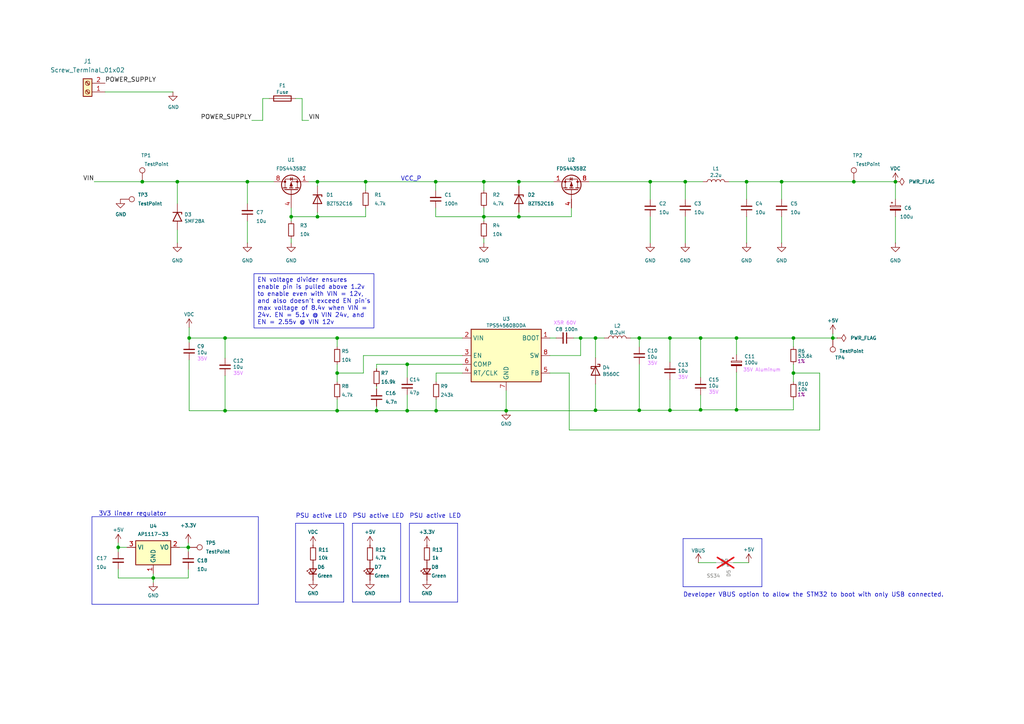
<source format=kicad_sch>
(kicad_sch (version 20231120) (generator "eeschema") (generator_version "8.0")
  (paper "A4")
  (title_block (title "LumenPnP Motherboard") (date "2023-07-30") (rev "005") (company "Opulo") (comment 1 "Power"))
  (lib_symbols
    (symbol "Connector:Screw_Terminal_01x02" (pin_names (offset 1.016) hide)
      (property "Reference" "J" (at 0 2.54 0))
      (property "Value" "Screw_Terminal_01x02" (at 0 -5.08 0))
      (symbol "Screw_Terminal_01x02_1_1"
        (pin passive line (at -5.08 0 0) (length 3.81) (name "Pin_1") (number "1"))
        (pin passive line (at -5.08 -2.54 0) (length 3.81) (name "Pin_2") (number "2"))
      )
    )
    (symbol "Connector:TestPoint" (pin_numbers hide) (pin_names (offset 0.762) hide)
      (property "Reference" "TP" (at 0 6.858 0))
      (property "Value" "TestPoint" (at 0 5.08 0))
      (symbol "TestPoint_1_1"
        (pin passive line (at 0 0 90) (length 2.54) (name "1") (number "1"))
      )
    )
    (symbol "Device:C_Polarized_Small" (pin_numbers hide) (pin_names (offset 0.254) hide)
      (property "Reference" "C" (at 0.254 1.778 0))
      (property "Value" "C_Polarized_Small" (at 0.254 -2.032 0))
      (symbol "C_Polarized_Small_1_1"
        (pin passive line (at 0 2.54 270) (length 1.8542) (name "~") (number "1"))
        (pin passive line (at 0 -2.54 90) (length 1.8542) (name "~") (number "2"))
      )
    )
    (symbol "Device:C_Small" (pin_numbers hide) (pin_names (offset 0.254) hide)
      (property "Reference" "C" (at 0.254 1.778 0))
      (property "Value" "C_Small" (at 0.254 -2.032 0))
      (symbol "C_Small_1_1"
        (pin passive line (at 0 2.54 270) (length 2.032) (name "~") (number "1"))
        (pin passive line (at 0 -2.54 90) (length 2.032) (name "~") (number "2"))
      )
    )
    (symbol "Device:D_Schottky" (pin_numbers hide) (pin_names (offset 1.016) hide)
      (property "Reference" "D" (at 0 2.54 0))
      (property "Value" "D_Schottky" (at 0 -2.54 0))
      (symbol "D_Schottky_1_1"
        (pin passive line (at -3.81 0 0) (length 2.54) (name "K") (number "1"))
        (pin passive line (at 3.81 0 180) (length 2.54) (name "A") (number "2"))
      )
    )
    (symbol "Device:D_Schottky_Small" (pin_numbers hide) (pin_names (offset 0.254) hide)
      (property "Reference" "D" (at -1.27 2.032 0))
      (property "Value" "D_Schottky_Small" (at -7.112 -2.032 0))
      (symbol "D_Schottky_Small_1_1"
        (pin passive line (at -2.54 0 0) (length 1.778) (name "K") (number "1"))
        (pin passive line (at 2.54 0 180) (length 1.778) (name "A") (number "2"))
      )
    )
    (symbol "Device:Fuse" (pin_numbers hide) (pin_names (offset 0))
      (property "Reference" "F" (at 2.032 0 90))
      (property "Value" "Fuse" (at -1.905 0 90))
      (symbol "Fuse_1_1"
        (pin passive line (at 0 3.81 270) (length 1.27) (name "~") (number "1"))
        (pin passive line (at 0 -3.81 90) (length 1.27) (name "~") (number "2"))
      )
    )
    (symbol "Device:L" (pin_numbers hide) (pin_names (offset 1.016) hide)
      (property "Reference" "L" (at -1.27 0 90))
      (property "Value" "L" (at 1.905 0 90))
      (symbol "L_1_1"
        (pin passive line (at 0 3.81 270) (length 1.27) (name "1") (number "1"))
        (pin passive line (at 0 -3.81 90) (length 1.27) (name "2") (number "2"))
      )
    )
    (symbol "Device:LED_Small" (pin_numbers hide) (pin_names (offset 0.254) hide)
      (property "Reference" "D" (at -1.27 3.175 0))
      (property "Value" "LED_Small" (at -4.445 -2.54 0))
      (symbol "LED_Small_1_1"
        (pin passive line (at -2.54 0 0) (length 1.778) (name "K") (number "1"))
        (pin passive line (at 2.54 0 180) (length 1.778) (name "A") (number "2"))
      )
    )
    (symbol "Device:R_Small" (pin_numbers hide) (pin_names (offset 0.254) hide)
      (property "Reference" "R" (at 0.762 0.508 0))
      (property "Value" "R_Small" (at 0.762 -1.016 0))
      (symbol "R_Small_1_1"
        (pin passive line (at 0 2.54 270) (length 0.762) (name "~") (number "1"))
        (pin passive line (at 0 -2.54 90) (length 0.762) (name "~") (number "2"))
      )
    )
    (symbol "Diode:BZT52Bxx" (pin_numbers hide) (pin_names hide)
      (property "Reference" "D" (at 0 2.54 0))
      (property "Value" "BZT52Bxx" (at 0 -2.54 0))
      (symbol "BZT52Bxx_1_1"
        (pin passive line (at -3.81 0 0) (length 2.54) (name "K") (number "1"))
        (pin passive line (at 3.81 0 180) (length 2.54) (name "A") (number "2"))
      )
    )
    (symbol "Diode:SMF28A" (pin_numbers hide) (pin_names (offset 1.016) hide)
      (property "Reference" "D" (at 0 2.54 0))
      (property "Value" "SMF28A" (at 0 -2.54 0))
      (symbol "SMF28A_1_1"
        (pin passive line (at -3.81 0 0) (length 2.54) (name "A1") (number "1"))
        (pin passive line (at 3.81 0 180) (length 2.54) (name "A2") (number "2"))
      )
    )
    (symbol "Regulator_Linear:AP1117-33"
      (property "Reference" "U" (at -3.81 3.175 0))
      (property "Value" "AP1117-33" (at 0 3.175 0))
      (symbol "AP1117-33_1_1"
        (pin power_in line (at 0 -7.62 90) (length 2.54) (name "GND") (number "1"))
        (pin power_out line (at 7.62 0 180) (length 2.54) (name "VO") (number "2"))
        (pin power_in line (at -7.62 0 0) (length 2.54) (name "VI") (number "3"))
      )
    )
    (symbol "Regulator_Switching:TPS54560BDDA"
      (property "Reference" "U" (at -6.35 8.89 0))
      (property "Value" "TPS54560BDDA" (at 10.16 8.89 0))
      (symbol "TPS54560BDDA_1_1"
        (pin passive line (at 12.7 5.08 180) (length 2.54) (name "BOOT") (number "1"))
        (pin power_in line (at -12.7 5.08 0) (length 2.54) (name "VIN") (number "2"))
        (pin input line (at -12.7 0 0) (length 2.54) (name "EN") (number "3"))
        (pin passive line (at -12.7 -5.08 0) (length 2.54) (name "RT/CLK") (number "4"))
        (pin input line (at 12.7 -5.08 180) (length 2.54) (name "FB") (number "5"))
        (pin output line (at -12.7 -2.54 0) (length 2.54) (name "COMP") (number "6"))
        (pin power_in line (at 0 -10.16 90) (length 2.54) (name "GND") (number "7"))
        (pin power_out line (at 12.7 0 180) (length 2.54) (name "SW") (number "8"))
        (pin passive line (at 0 -10.16 90) (length 2.54) hide (name "GND") (number "9"))
      )
    )
    (symbol "index:FDS4435BZ" (pin_names hide)
      (property "Reference" "Q" (at 5.08 1.905 0))
      (property "Value" "FDS4435BZ" (at 5.08 0 0))
      (symbol "FDS4435BZ_1_1"
        (pin passive line (at 2.54 -5.08 90) (length 2.54) (name "S") (number "1"))
        (pin passive line (at 2.54 -5.08 90) (length 2.54) hide (name "S") (number "2"))
        (pin passive line (at 2.54 -5.08 90) (length 2.54) hide (name "S") (number "3"))
        (pin passive line (at -5.08 0 0) (length 2.54) (name "G") (number "4"))
        (pin passive line (at 2.54 5.08 270) (length 2.54) hide (name "D") (number "5"))
        (pin passive line (at 2.54 5.08 270) (length 2.54) hide (name "D") (number "6"))
        (pin passive line (at 2.54 5.08 270) (length 2.54) hide (name "D") (number "7"))
        (pin passive line (at 2.54 5.08 270) (length 2.54) (name "D") (number "8"))
      )
    )
    (symbol "power:+3.3V" (power) (pin_numbers hide) (pin_names (offset 0) hide)
      (property "Value" "+3.3V" (at 0 3.556 0))
      (symbol "+3.3V_1_1"
        (pin power_in line (at 0 0 90) (length 0) (name "~") (number "1"))
      )
    )
    (symbol "power:+5V" (power) (pin_numbers hide) (pin_names (offset 0) hide)
      (property "Value" "+5V" (at 0 3.556 0))
      (symbol "+5V_1_1"
        (pin power_in line (at 0 0 90) (length 0) (name "~") (number "1"))
      )
    )
    (symbol "power:GND" (power) (pin_numbers hide) (pin_names (offset 0) hide)
      (property "Value" "GND" (at 0 -3.81 0))
      (symbol "GND_1_1"
        (pin power_in line (at 0 0 270) (length 0) (name "~") (number "1"))
      )
    )
    (symbol "power:PWR_FLAG" (power) (pin_numbers hide) (pin_names (offset 0) hide)
      (property "Value" "PWR_FLAG" (at 0 3.81 0))
      (symbol "PWR_FLAG_0_0"
        (pin power_out line (at 0 0 90) (length 0) (name "~") (number "1"))
      )
    )
    (symbol "power:VBUS" (power) (pin_numbers hide) (pin_names (offset 0) hide)
      (property "Value" "VBUS" (at 0 3.556 0))
      (symbol "VBUS_1_1"
        (pin power_in line (at 0 0 90) (length 0) (name "~") (number "1"))
      )
    )
    (symbol "power:VDC" (power) (pin_numbers hide) (pin_names (offset 0) hide)
      (property "Value" "VDC" (at 0 3.556 0))
      (symbol "VDC_1_1"
        (pin power_in line (at 0 0 90) (length 0) (name "~") (number "1"))
      )
    )
  )
  (junction (at 185.42 98.044))
  (junction (at 150.495 62.865))
  (junction (at 213.614 98.044))
  (junction (at 106.045 52.705))
  (junction (at 213.614 118.872))
  (junction (at 168.402 98.044))
  (junction (at 172.72 98.044))
  (junction (at 84.455 62.865))
  (junction (at 185.42 118.999))
  (junction (at 146.812 119.126))
  (junction (at 203.2 118.872))
  (junction (at 65.278 119.126))
  (junction (at 241.554 98.044))
  (junction (at 118.11 119.126))
  (junction (at 44.45 167.64))
  (junction (at 118.11 105.664))
  (junction (at 97.79 98.044))
  (junction (at 65.278 98.044))
  (junction (at 140.335 62.865))
  (junction (at 109.22 119.126))
  (junction (at 150.495 52.705))
  (junction (at 34.29 158.75))
  (junction (at 188.595 52.705))
  (junction (at 194.31 118.999))
  (junction (at 97.79 108.204))
  (junction (at 54.61 158.75))
  (junction (at 140.335 52.705))
  (junction (at 230.124 108.204))
  (junction (at 97.79 119.126))
  (junction (at 230.124 98.044))
  (junction (at 198.755 52.705))
  (junction (at 54.864 98.044))
  (junction (at 41.275 52.705))
  (junction (at 226.695 52.705))
  (junction (at 216.535 52.705))
  (junction (at 92.075 52.705))
  (junction (at 203.2 98.044))
  (junction (at 194.31 98.044))
  (junction (at 126.492 119.126))
  (junction (at 247.65 52.705))
  (junction (at 259.715 52.705))
  (junction (at 51.435 52.705))
  (junction (at 71.755 52.705))
  (junction (at 126.365 52.705))
  (junction (at 172.72 118.999))
  (junction (at 92.075 62.865))
  (wire (pts (xy 198.755 62.865) (xy 198.755 70.485)))
  (polyline (pts (xy 102.235 151.765) (xy 116.205 151.765)))
  (wire (pts (xy 226.695 57.785) (xy 226.695 52.705)))
  (wire (pts (xy 247.65 52.705) (xy 259.715 52.705)))
  (polyline (pts (xy 74.93 175.26) (xy 26.67 175.26)))
  (wire (pts (xy 165.1 108.204) (xy 165.1 124.714)))
  (wire (pts (xy 203.2 118.999) (xy 194.31 118.999)))
  (wire (pts (xy 140.335 62.865) (xy 140.335 64.135)))
  (wire (pts (xy 203.2 114.554) (xy 203.2 118.872)))
  (polyline (pts (xy 26.67 149.86) (xy 74.93 149.86)))
  (wire (pts (xy 65.278 119.126) (xy 97.79 119.126)))
  (polyline (pts (xy 132.715 151.765) (xy 132.715 174.625)))
  (wire (pts (xy 185.42 105.664) (xy 185.42 118.999)))
  (polyline (pts (xy 116.205 151.765) (xy 116.205 174.625)))
  (wire (pts (xy 226.695 52.705) (xy 247.65 52.705)))
  (wire (pts (xy 230.124 118.872) (xy 213.614 118.872)))
  (wire (pts (xy 84.455 62.865) (xy 84.455 64.135)))
  (wire (pts (xy 87.63 28.575) (xy 87.63 34.925)))
  (wire (pts (xy 230.124 115.824) (xy 230.124 118.872)))
  (wire (pts (xy 150.495 61.595) (xy 150.495 62.865)))
  (wire (pts (xy 92.075 61.595) (xy 92.075 62.865)))
  (wire (pts (xy 97.79 105.664) (xy 97.79 108.204)))
  (wire (pts (xy 242.824 98.044) (xy 241.554 98.044)))
  (polyline (pts (xy 220.98 156.21) (xy 220.98 170.18)))
  (wire (pts (xy 140.335 52.705) (xy 150.495 52.705)))
  (wire (pts (xy 92.075 62.865) (xy 84.455 62.865)))
  (wire (pts (xy 194.31 110.109) (xy 194.31 118.999)))
  (wire (pts (xy 126.365 52.705) (xy 140.335 52.705)))
  (wire (pts (xy 188.595 52.705) (xy 198.755 52.705)))
  (wire (pts (xy 92.075 52.705) (xy 92.075 53.975)))
  (wire (pts (xy 109.22 105.664) (xy 109.22 106.934)))
  (wire (pts (xy 106.045 60.325) (xy 106.045 62.865)))
  (wire (pts (xy 51.435 52.705) (xy 71.755 52.705)))
  (polyline (pts (xy 198.12 156.21) (xy 198.12 170.18)))
  (wire (pts (xy 185.42 98.044) (xy 185.42 100.584)))
  (wire (pts (xy 65.278 108.966) (xy 65.278 119.126)))
  (wire (pts (xy 126.492 108.204) (xy 126.492 110.744)))
  (wire (pts (xy 89.535 52.705) (xy 92.075 52.705)))
  (wire (pts (xy 126.365 62.865) (xy 140.335 62.865)))
  (wire (pts (xy 202.565 163.195) (xy 207.645 163.195)))
  (wire (pts (xy 159.512 108.204) (xy 165.1 108.204)))
  (wire (pts (xy 146.812 113.284) (xy 146.812 119.126)))
  (wire (pts (xy 150.495 52.705) (xy 160.655 52.705)))
  (wire (pts (xy 259.715 70.485) (xy 259.715 62.865)))
  (wire (pts (xy 140.335 62.865) (xy 150.495 62.865)))
  (wire (pts (xy 118.11 105.664) (xy 109.22 105.664)))
  (wire (pts (xy 172.72 118.999) (xy 172.72 119.126)))
  (wire (pts (xy 146.812 119.126) (xy 172.72 119.126)))
  (wire (pts (xy 194.31 118.999) (xy 185.42 118.999)))
  (wire (pts (xy 97.79 98.044) (xy 134.112 98.044)))
  (wire (pts (xy 126.492 119.126) (xy 146.812 119.126)))
  (wire (pts (xy 97.79 115.824) (xy 97.79 119.126)))
  (wire (pts (xy 203.2 98.044) (xy 203.2 109.474)))
  (wire (pts (xy 34.29 165.1) (xy 34.29 167.64)))
  (wire (pts (xy 34.29 160.02) (xy 34.29 158.75)))
  (wire (pts (xy 54.864 94.996) (xy 54.864 98.044)))
  (wire (pts (xy 259.715 57.785) (xy 259.715 52.705)))
  (wire (pts (xy 213.614 118.872) (xy 203.2 118.872)))
  (wire (pts (xy 159.512 98.044) (xy 161.29 98.044)))
  (wire (pts (xy 27.305 52.705) (xy 41.275 52.705)))
  (wire (pts (xy 185.42 98.044) (xy 194.31 98.044)))
  (wire (pts (xy 54.864 104.394) (xy 54.864 119.126)))
  (wire (pts (xy 34.29 167.64) (xy 44.45 167.64)))
  (wire (pts (xy 106.045 52.705) (xy 126.365 52.705)))
  (polyline (pts (xy 26.67 149.86) (xy 26.67 175.26)))
  (wire (pts (xy 97.79 119.126) (xy 109.22 119.126)))
  (wire (pts (xy 34.29 157.48) (xy 34.29 158.75)))
  (wire (pts (xy 140.335 52.705) (xy 140.335 55.245)))
  (wire (pts (xy 230.124 98.044) (xy 241.554 98.044)))
  (polyline (pts (xy 116.205 174.625) (xy 102.235 174.625)))
  (wire (pts (xy 105.41 103.124) (xy 134.112 103.124)))
  (wire (pts (xy 188.595 52.705) (xy 188.595 57.785)))
  (wire (pts (xy 73.025 34.925) (xy 76.2 34.925)))
  (wire (pts (xy 118.11 114.554) (xy 118.11 119.126)))
  (wire (pts (xy 198.755 52.705) (xy 203.835 52.705)))
  (wire (pts (xy 126.492 108.204) (xy 134.112 108.204)))
  (wire (pts (xy 194.31 98.044) (xy 194.31 105.029)))
  (wire (pts (xy 237.744 124.714) (xy 165.1 124.714)))
  (wire (pts (xy 172.72 111.379) (xy 172.72 118.999)))
  (wire (pts (xy 44.45 167.64) (xy 44.45 168.91)))
  (wire (pts (xy 65.278 98.044) (xy 65.278 103.886)))
  (wire (pts (xy 54.61 165.1) (xy 54.61 167.64)))
  (wire (pts (xy 150.495 53.975) (xy 150.495 52.705)))
  (wire (pts (xy 168.402 98.044) (xy 172.72 98.044)))
  (wire (pts (xy 212.725 163.195) (xy 217.17 163.195)))
  (polyline (pts (xy 99.695 151.765) (xy 99.695 174.625)))
  (wire (pts (xy 230.124 98.044) (xy 230.124 100.584)))
  (wire (pts (xy 165.735 60.325) (xy 165.735 62.865)))
  (wire (pts (xy 54.61 157.48) (xy 54.61 158.75)))
  (wire (pts (xy 140.335 69.215) (xy 140.335 70.485)))
  (wire (pts (xy 230.124 108.204) (xy 230.124 110.744)))
  (wire (pts (xy 241.554 96.774) (xy 241.554 98.044)))
  (wire (pts (xy 30.48 26.67) (xy 50.165 26.67)))
  (wire (pts (xy 198.755 57.785) (xy 198.755 52.705)))
  (wire (pts (xy 230.124 105.664) (xy 230.124 108.204)))
  (wire (pts (xy 87.63 28.575) (xy 85.725 28.575)))
  (wire (pts (xy 168.402 103.124) (xy 168.402 98.044)))
  (wire (pts (xy 126.365 52.705) (xy 126.365 55.245)))
  (wire (pts (xy 105.41 108.204) (xy 105.41 103.124)))
  (polyline (pts (xy 132.715 174.625) (xy 118.745 174.625)))
  (polyline (pts (xy 99.695 174.625) (xy 85.725 174.625)))
  (polyline (pts (xy 102.235 151.765) (xy 102.235 174.625)))
  (wire (pts (xy 126.365 60.325) (xy 126.365 62.865)))
  (wire (pts (xy 106.045 52.705) (xy 106.045 55.245)))
  (wire (pts (xy 216.535 62.865) (xy 216.535 70.485)))
  (wire (pts (xy 54.864 119.126) (xy 65.278 119.126)))
  (wire (pts (xy 84.455 69.215) (xy 84.455 70.485)))
  (wire (pts (xy 71.755 64.135) (xy 71.755 70.485)))
  (wire (pts (xy 106.045 62.865) (xy 92.075 62.865)))
  (wire (pts (xy 34.29 158.75) (xy 36.83 158.75)))
  (polyline (pts (xy 198.12 156.21) (xy 220.98 156.21)))
  (wire (pts (xy 109.22 112.014) (xy 109.22 112.776)))
  (wire (pts (xy 54.864 98.044) (xy 54.864 99.314)))
  (wire (pts (xy 54.61 167.64) (xy 44.45 167.64)))
  (wire (pts (xy 216.535 52.705) (xy 216.535 57.785)))
  (polyline (pts (xy 118.745 151.765) (xy 118.745 174.625)))
  (wire (pts (xy 188.595 62.865) (xy 188.595 70.485)))
  (polyline (pts (xy 74.93 149.86) (xy 74.93 175.26)))
  (wire (pts (xy 118.11 105.664) (xy 118.11 109.474)))
  (wire (pts (xy 52.07 158.75) (xy 54.61 158.75)))
  (wire (pts (xy 51.435 52.705) (xy 51.435 59.055)))
  (wire (pts (xy 203.2 118.872) (xy 203.2 118.999)))
  (wire (pts (xy 185.42 118.999) (xy 172.72 118.999)))
  (wire (pts (xy 182.88 98.044) (xy 185.42 98.044)))
  (wire (pts (xy 97.79 98.044) (xy 97.79 100.584)))
  (wire (pts (xy 54.864 98.044) (xy 65.278 98.044)))
  (wire (pts (xy 109.22 119.126) (xy 118.11 119.126)))
  (wire (pts (xy 44.45 166.37) (xy 44.45 167.64)))
  (wire (pts (xy 126.492 115.824) (xy 126.492 119.126)))
  (wire (pts (xy 203.2 98.044) (xy 213.614 98.044)))
  (wire (pts (xy 97.79 108.204) (xy 97.79 110.744)))
  (wire (pts (xy 172.72 103.759) (xy 172.72 98.044)))
  (polyline (pts (xy 198.12 170.18) (xy 220.98 170.18)))
  (wire (pts (xy 140.335 62.865) (xy 140.335 60.325)))
  (polyline (pts (xy 85.725 151.765) (xy 85.725 174.625)))
  (wire (pts (xy 118.11 119.126) (xy 126.492 119.126)))
  (wire (pts (xy 118.11 105.664) (xy 134.112 105.664)))
  (wire (pts (xy 87.63 34.925) (xy 89.535 34.925)))
  (wire (pts (xy 194.31 98.044) (xy 203.2 98.044)))
  (wire (pts (xy 211.455 52.705) (xy 216.535 52.705)))
  (wire (pts (xy 41.275 52.705) (xy 51.435 52.705)))
  (wire (pts (xy 170.815 52.705) (xy 188.595 52.705)))
  (wire (pts (xy 166.37 98.044) (xy 168.402 98.044)))
  (wire (pts (xy 230.124 108.204) (xy 237.744 108.204)))
  (wire (pts (xy 237.744 108.204) (xy 237.744 124.714)))
  (polyline (pts (xy 85.725 151.765) (xy 99.695 151.765)))
  (wire (pts (xy 213.614 98.044) (xy 213.614 102.87)))
  (wire (pts (xy 84.455 60.325) (xy 84.455 62.865)))
  (wire (pts (xy 165.735 62.865) (xy 150.495 62.865)))
  (wire (pts (xy 54.61 160.02) (xy 54.61 158.75)))
  (wire (pts (xy 97.79 108.204) (xy 105.41 108.204)))
  (wire (pts (xy 71.755 59.055) (xy 71.755 52.705)))
  (wire (pts (xy 213.614 98.044) (xy 230.124 98.044)))
  (wire (pts (xy 92.075 52.705) (xy 106.045 52.705)))
  (wire (pts (xy 71.755 52.705) (xy 79.375 52.705)))
  (wire (pts (xy 216.535 52.705) (xy 226.695 52.705)))
  (wire (pts (xy 51.435 66.675) (xy 51.435 70.485)))
  (wire (pts (xy 159.512 103.124) (xy 168.402 103.124)))
  (wire (pts (xy 226.695 62.865) (xy 226.695 70.485)))
  (wire (pts (xy 109.22 117.856) (xy 109.22 119.126)))
  (wire (pts (xy 172.72 98.044) (xy 175.26 98.044)))
  (wire (pts (xy 65.278 98.044) (xy 97.79 98.044)))
  (wire (pts (xy 76.2 28.575) (xy 78.105 28.575)))
  (polyline (pts (xy 118.745 151.765) (xy 132.715 151.765)))
  (wire (pts (xy 213.614 107.95) (xy 213.614 118.872)))
  (wire (pts (xy 76.2 28.575) (xy 76.2 34.925)))
  (text_box "EN voltage divider ensures enable pin is pulled above 1.2v to enable even with VIN = 12v, and also doesn't exceed EN pin's max voltage of 8.4v when VIN = 24v. EN = 5.1v @ VIN 24v, and EN = 2.55v @ VIN 12v" (at 73.66 79.375 0) (size 34.798 15.748) (effects (font (size 1.27 1.27)) (justify left top)))
  (text "PSU active LED" (at 102.235 150.495 0) (effects (font (size 1.27 1.27)) (justify left bottom)))
  (text "VCC_P" (at 116.205 52.705 0) (effects (font (size 1.27 1.27)) (justify left bottom)))
  (text "PSU active LED" (at 118.745 150.495 0) (effects (font (size 1.27 1.27)) (justify left bottom)))
  (text "3V3 linear regulator" (at 28.575 149.86 0) (effects (font (size 1.27 1.27)) (justify left bottom)))
  (text "PSU active LED" (at 85.725 150.495 0) (effects (font (size 1.27 1.27)) (justify left bottom)))
  (text "Developer VBUS option to allow the STM32 to boot with only USB connected." (at 198.12 173.355 0) (effects (font (size 1.27 1.27)) (justify left bottom)))
  (label "VIN" (at 27.305 52.705 180))
  (label "POWER_SUPPLY" (at 30.48 24.13 0))
  (label "POWER_SUPPLY" (at 73.025 34.925 180))
  (label "VIN" (at 89.535 34.925 0))
  (symbol (lib_id "Regulator_Linear:AP1117-33") (at 44.45 158.75 0) (unit 1)
    (property "Reference" "U4" (at 44.45 152.6032 0) (effects (font (size 1 1))))
    (property "Value" "AP1117-33" (at 44.45 154.9146 0) (effects (font (size 1 1))))
    (property "Footprint" "Package_TO_SOT_SMD:SOT-223-3_TabPin2" (effects (hide yes)))
    (property "Datasheet" "http://www.diodes.com/datasheets/AP1117.pdf" (effects (hide yes)))
    (property "Description" "1A Low Dropout regulator, positive, 3.3V fixed output, SOT-223" (effects (hide yes)))
    (property "JLCPCB" "C108785" (effects (hide yes)))
    (property "LCSC" "C108785" (effects (hide yes)))
    (property "Digikey" "ZLDO1117G33DICT-ND" (effects (hide yes)))
    (property "Mouser" "522-ZLDO1117G33TA" (effects (hide yes)))
  )
  (symbol (lib_id "power:GND") (at 44.45 168.91 0) (unit 1)
    (property "Reference" "#PWR027" (effects (hide yes)))
    (property "Value" "GND" (at 44.45 172.72 0) (effects (font (size 1 1))))
    (property "Description" "Power symbol creates a global label with name \"GND\" , ground" (effects (hide yes)))
  )
  (symbol (lib_id "power:+5V") (at 34.29 157.48 0) (unit 1)
    (property "Reference" "#PWR017" (effects (hide yes)))
    (property "Value" "+5V" (at 34.29 153.67 0) (effects (font (size 1 1))))
    (property "Description" "Power symbol creates a global label with name \"+5V\"" (effects (hide yes)))
  )
  (symbol (lib_id "Device:LED_Small") (at 123.825 165.735 90) (unit 1)
    (property "Reference" "D8" (at 125.095 164.465 90) (effects (font (size 1 1)) (justify right)))
    (property "Value" "Green" (at 125.095 167.005 90) (effects (font (size 1 1)) (justify right)))
    (property "Footprint" "LED_SMD:LED_0805_2012Metric" (effects (hide yes)))
    (property "Description" "Light emitting diode, small symbol" (effects (hide yes)))
    (property "LCSC" "C965815" (effects (hide yes)))
    (property "Notes" "20mA" (effects (hide yes)))
  )
  (symbol (lib_id "Device:R_Small") (at 123.825 160.655 0) (unit 1)
    (property "Reference" "R13" (at 125.3236 159.4866 0) (effects (font (size 1 1)) (justify left)))
    (property "Value" "1k" (at 125.3236 161.798 0) (effects (font (size 1 1)) (justify left)))
    (property "Footprint" "Resistor_SMD:R_0805_2012Metric" (effects (hide yes)))
    (property "Description" "Resistor, small symbol" (effects (hide yes)))
    (property "Digikey" "RMCF0805FT10K0CT-ND" (effects (hide yes)))
    (property "JLCPCB" "C17513" (effects (hide yes)))
    (property "LCSC" "C17513" (effects (hide yes)))
    (property "Mouser" "71-CRCW080510K0FKEAC" (effects (hide yes)))
  )
  (symbol (lib_id "power:GND") (at 123.825 168.275 0) (unit 1)
    (property "Reference" "#PWR026" (effects (hide yes)))
    (property "Value" "GND" (at 123.825 172.085 0) (effects (font (size 1 1))))
    (property "Description" "Power symbol creates a global label with name \"GND\" , ground" (effects (hide yes)))
  )
  (symbol (lib_id "index:FDS4435BZ") (at 84.455 55.245 90) (unit 1)
    (property "Reference" "U1" (at 84.455 46.355 90) (effects (font (size 1 1))))
    (property "Value" "FDS4435BZ" (at 84.455 48.895 90) (effects (font (size 1 1))))
    (property "Footprint" "Package_SO:SO-8_3.9x4.9mm_P1.27mm" (effects (hide yes)))
    (property "JLCPCB" "C23931" (effects (hide yes)))
    (property "LCSC" "C23931" (effects (hide yes)))
    (property "Digikey" "FDS4435BZCT-ND" (effects (hide yes)))
    (property "Mouser" "512-FDS4435BZ" (effects (hide yes)))
    (property "Notes" "30V/8A" (effects (hide yes)))
  )
  (symbol (lib_id "power:VDC") (at 54.864 94.996 0) (unit 1)
    (property "Reference" "#PWR014" (effects (hide yes)))
    (property "Value" "VDC" (at 54.864 91.186 0) (effects (font (size 1 1))))
    (property "Description" "Power symbol creates a global label with name \"VDC\"" (effects (hide yes)))
  )
  (symbol (lib_id "Device:C_Small") (at 54.61 162.56 0) (unit 1)
    (property "Reference" "C18" (at 57.15 162.56 0) (effects (font (size 1 1)) (justify left)))
    (property "Value" "10u" (at 57.15 165.1 0) (effects (font (size 1 1)) (justify left)))
    (property "Footprint" "Capacitor_SMD:C_0805_2012Metric" (effects (hide yes)))
    (property "Description" "Unpolarized capacitor, small symbol" (effects (hide yes)))
    (property "JLCPCB" "C440198" (effects (hide yes)))
    (property "LCSC" "C440198" (effects (hide yes)))
    (property "Digikey" "490-18663-1-ND" (effects (hide yes)))
    (property "Mouser" "81-GRM21BR61H106KE3L" (effects (hide yes)))
    (property "Notes" "6.3V" (effects (hide yes)))
  )
  (symbol (lib_id "power:PWR_FLAG") (at 242.824 98.044 270) (unit 1)
    (property "Reference" "#FLG02" (effects (hide yes)))
    (property "Value" "PWR_FLAG" (at 250.444 98.044 90) (effects (font (size 1 1))))
    (property "Description" "Special symbol for telling ERC where power comes from" (effects (hide yes)))
  )
  (symbol (lib_id "Connector:TestPoint") (at 41.275 52.705 0) (mirror y) (unit 1)
    (property "Reference" "TP1" (at 43.815 45.085 0) (effects (font (size 1 1)) (justify left)))
    (property "Value" "TestPoint" (at 48.895 47.625 0) (effects (font (size 1 1)) (justify left)))
    (property "Footprint" "TestPoint:TestPoint_Pad_D2.0mm" (effects (hide yes)))
    (property "Description" "test point" (effects (hide yes)))
  )
  (symbol (lib_id "Connector:TestPoint") (at 241.554 98.044 0) (mirror x) (unit 1)
    (property "Reference" "TP4" (at 242.189 103.759 0) (effects (font (size 1 1)) (justify left)))
    (property "Value" "TestPoint" (at 243.459 101.854 0) (effects (font (size 1 1)) (justify left)))
    (property "Footprint" "TestPoint:TestPoint_Pad_D2.0mm" (effects (hide yes)))
    (property "Description" "test point" (effects (hide yes)))
  )
  (symbol (lib_id "Connector:TestPoint") (at 54.61 158.75 270) (mirror x) (unit 1)
    (property "Reference" "TP5" (at 59.69 157.48 90) (effects (font (size 1 1)) (justify left)))
    (property "Value" "TestPoint" (at 59.69 160.02 90) (effects (font (size 1 1)) (justify left)))
    (property "Footprint" "TestPoint:TestPoint_Pad_D2.0mm" (effects (hide yes)))
    (property "Description" "test point" (effects (hide yes)))
  )
  (symbol (lib_id "Connector:TestPoint") (at 34.925 57.785 270) (mirror x) (unit 1)
    (property "Reference" "TP3" (at 40.005 56.515 90) (effects (font (size 1 1)) (justify left)))
    (property "Value" "TestPoint" (at 40.005 59.055 90) (effects (font (size 1 1)) (justify left)))
    (property "Footprint" "TestPoint:TestPoint_Pad_D2.0mm" (effects (hide yes)))
    (property "Description" "test point" (effects (hide yes)))
  )
  (symbol (lib_id "Device:R_Small") (at 140.335 66.675 0) (unit 1)
    (property "Reference" "R4" (at 142.875 65.405 0) (effects (font (size 1 1)) (justify left)))
    (property "Value" "10k" (at 142.875 67.945 0) (effects (font (size 1 1)) (justify left)))
    (property "Footprint" "Resistor_SMD:R_0805_2012Metric" (effects (hide yes)))
    (property "Description" "Resistor, small symbol" (effects (hide yes)))
    (property "JLCPCB" "C17414" (effects (hide yes)))
    (property "LCSC" "C115295" (effects (hide yes)))
  )
  (symbol (lib_id "Device:Fuse") (at 81.915 28.575 90) (unit 1)
    (property "Reference" "F1" (at 81.915 24.8031 90) (effects (font (size 1 1))))
    (property "Value" "Fuse" (at 81.915 26.7241 90) (effects (font (size 1 1))))
    (property "Footprint" "Fuse:Fuseholder_Littelfuse_Nano2_154x" (effects (hide yes)))
    (property "Description" "Fuse" (effects (hide yes)))
    (property "LCSC" "C206916" (effects (hide yes)))
  )
  (symbol (lib_id "Device:C_Polarized_Small") (at 213.614 105.41 0) (unit 1)
    (property "Reference" "C11" (at 215.9 103.378 0) (effects (font (size 1 1)) (justify left)))
    (property "Value" "100u" (at 215.9 105.156 0) (effects (font (size 1 1)) (justify left)))
    (property "Footprint" "Capacitor_SMD:CP_Elec_6.3x7.7" (effects (hide yes)))
    (property "Description" "Polarized capacitor, small symbol" (effects (hide yes)))
    (property "Digikey" "493-2203-1-ND" (effects (hide yes)))
    (property "JLCPCB" "C3339" (effects (hide yes)))
    (property "LCSC" "C3339" (effects (hide yes)))
    (property "Mouser" "647-UWT1V101MCL1S" (effects (hide yes)))
    (property "Notes" "35V Aluminum" (at 220.98 107.188 0) (effects (font (size 1 1))))
  )
  (symbol (lib_id "Device:R_Small") (at 97.79 113.284 0) (unit 1)
    (property "Reference" "R8" (at 99.06 112.014 0) (effects (font (size 1 1)) (justify left)))
    (property "Value" "4.7k" (at 99.06 114.554 0) (effects (font (size 1 1)) (justify left)))
    (property "Footprint" "Resistor_SMD:R_0805_2012Metric" (effects (hide yes)))
    (property "Description" "Resistor, small symbol" (effects (hide yes)))
    (property "JLCPCB" "C17673" (effects (hide yes)))
    (property "LCSC" "C17673" (effects (hide yes)))
  )
  (symbol (lib_id "power:GND") (at 259.715 70.485 0) (unit 1)
    (property "Reference" "#PWR013" (effects (hide yes)))
    (property "Value" "GND" (at 259.715 75.565 0) (effects (font (size 1 1))))
    (property "Description" "Power symbol creates a global label with name \"GND\" , ground" (effects (hide yes)))
  )
  (symbol (lib_id "power:GND") (at 140.335 70.485 0) (unit 1)
    (property "Reference" "#PWR08" (effects (hide yes)))
    (property "Value" "GND" (at 140.335 75.565 0) (effects (font (size 1 1))))
    (property "Description" "Power symbol creates a global label with name \"GND\" , ground" (effects (hide yes)))
  )
  (symbol (lib_id "power:GND") (at 198.755 70.485 0) (unit 1)
    (property "Reference" "#PWR010" (effects (hide yes)))
    (property "Value" "GND" (at 198.755 75.565 0) (effects (font (size 1 1))))
    (property "Description" "Power symbol creates a global label with name \"GND\" , ground" (effects (hide yes)))
  )
  (symbol (lib_id "Device:D_Schottky_Small") (at 210.185 163.195 180) (unit 1) (dnp yes)
    (property "Reference" "D5" (at 211.3534 165.227 90) (effects (font (size 1 1)) (justify left)))
    (property "Value" "SS34" (at 208.915 167.005 0) (effects (font (size 1 1)) (justify left)))
    (property "Footprint" "Diode_SMD:D_SMA" (effects (hide yes)))
    (property "Description" "Schottky diode, small symbol" (effects (hide yes)))
    (property "LCSC" "C8678" (effects (hide yes)))
    (property "JLCPCB" "C8678" (effects (hide yes)))
    (property "Notes" "40V/3A" (effects (hide yes)))
    (property "Digikey" "641-2115-1-ND" (effects (hide yes)))
    (property "Mouser" "821-SS34LRVG" (effects (hide yes)))
  )
  (symbol (lib_id "Device:C_Small") (at 185.42 103.124 180) (unit 1)
    (property "Reference" "C10" (at 187.706 101.727 0) (effects (font (size 1 1)) (justify right)))
    (property "Value" "10u" (at 187.706 103.505 0) (effects (font (size 1 1)) (justify right)))
    (property "Footprint" "Capacitor_SMD:C_0805_2012Metric" (effects (hide yes)))
    (property "Description" "Unpolarized capacitor, small symbol" (effects (hide yes)))
    (property "JLCPCB" "C440198" (effects (hide yes)))
    (property "LCSC" "C440198" (effects (hide yes)))
    (property "Notes" "35V" (at 189.23 105.283 0) (effects (font (size 1 1))))
  )
  (symbol (lib_id "power:GND") (at 34.925 57.785 0) (unit 1)
    (property "Reference" "#PWR04" (effects (hide yes)))
    (property "Value" "GND" (at 35.052 62.1792 0) (effects (font (size 1 1))))
    (property "Description" "Power symbol creates a global label with name \"GND\" , ground" (effects (hide yes)))
  )
  (symbol (lib_id "Device:LED_Small") (at 90.805 165.735 90) (unit 1)
    (property "Reference" "D6" (at 92.075 164.465 90) (effects (font (size 1 1)) (justify right)))
    (property "Value" "Green" (at 92.075 167.005 90) (effects (font (size 1 1)) (justify right)))
    (property "Footprint" "LED_SMD:LED_0805_2012Metric" (effects (hide yes)))
    (property "Description" "Light emitting diode, small symbol" (effects (hide yes)))
    (property "LCSC" "C965815" (effects (hide yes)))
    (property "Notes" "20mA" (effects (hide yes)))
  )
  (symbol (lib_id "Device:LED_Small") (at 107.315 165.735 90) (unit 1)
    (property "Reference" "D7" (at 108.585 164.465 90) (effects (font (size 1 1)) (justify right)))
    (property "Value" "Green" (at 108.585 167.005 90) (effects (font (size 1 1)) (justify right)))
    (property "Footprint" "LED_SMD:LED_0805_2012Metric" (effects (hide yes)))
    (property "Description" "Light emitting diode, small symbol" (effects (hide yes)))
    (property "LCSC" "C965815" (effects (hide yes)))
    (property "Notes" "20mA" (effects (hide yes)))
  )
  (symbol (lib_id "Device:D_Schottky") (at 172.72 107.569 270) (unit 1)
    (property "Reference" "D4" (at 174.752 106.6078 90) (effects (font (size 1 1)) (justify left)))
    (property "Value" "B560C" (at 174.752 108.5288 90) (effects (font (size 1 1)) (justify left)))
    (property "Footprint" "Diode_SMD:D_SMC" (effects (hide yes)))
    (property "Description" "Schottky diode" (effects (hide yes)))
    (property "JLCPCB" "C6807784" (effects (hide yes)))
    (property "LCSC" "C6807784" (effects (hide yes)))
  )
  (symbol (lib_id "Device:R_Small") (at 107.315 160.655 0) (unit 1)
    (property "Reference" "R12" (at 108.8136 159.4866 0) (effects (font (size 1 1)) (justify left)))
    (property "Value" "4.7k" (at 108.8136 161.798 0) (effects (font (size 1 1)) (justify left)))
    (property "Footprint" "Resistor_SMD:R_0805_2012Metric" (effects (hide yes)))
    (property "Description" "Resistor, small symbol" (effects (hide yes)))
    (property "Digikey" "RMCF0805FT10K0CT-ND" (effects (hide yes)))
    (property "JLCPCB" "C17673" (effects (hide yes)))
    (property "LCSC" "C17673" (effects (hide yes)))
    (property "Mouser" "71-CRCW080510K0FKEAC" (effects (hide yes)))
  )
  (symbol (lib_id "power:GND") (at 226.695 70.485 0) (unit 1)
    (property "Reference" "#PWR012" (effects (hide yes)))
    (property "Value" "GND" (at 226.695 75.565 0) (effects (font (size 1 1))))
    (property "Description" "Power symbol creates a global label with name \"GND\" , ground" (effects (hide yes)))
  )
  (symbol (lib_id "power:GND") (at 216.535 70.485 0) (unit 1)
    (property "Reference" "#PWR011" (effects (hide yes)))
    (property "Value" "GND" (at 216.535 75.565 0) (effects (font (size 1 1))))
    (property "Description" "Power symbol creates a global label with name \"GND\" , ground" (effects (hide yes)))
  )
  (symbol (lib_id "power:VDC") (at 259.715 52.705 0) (unit 1)
    (property "Reference" "#PWR03" (effects (hide yes)))
    (property "Value" "VDC" (at 259.715 48.895 0) (effects (font (size 1 1))))
    (property "Description" "Power symbol creates a global label with name \"VDC\"" (effects (hide yes)))
  )
  (symbol (lib_id "power:VDC") (at 90.805 158.115 0) (unit 1)
    (property "Reference" "#PWR019" (effects (hide yes)))
    (property "Value" "VDC" (at 90.805 154.305 0) (effects (font (size 1 1))))
    (property "Description" "Power symbol creates a global label with name \"VDC\"" (effects (hide yes)))
  )
  (symbol (lib_id "Diode:BZT52Bxx") (at 92.075 57.785 270) (unit 1)
    (property "Reference" "D1" (at 94.615 56.515 90) (effects (font (size 1 1)) (justify left)))
    (property "Value" "BZT52C16" (at 94.615 59.055 90) (effects (font (size 1 1)) (justify left)))
    (property "Footprint" "Diode_SMD:D_SOD-123" (effects (hide yes)))
    (property "Datasheet" "https://diotec.com/tl_files/diotec/files/pdf/datasheets/bzt52b2v4.pdf" (effects (hide yes)))
    (property "Description" "500mW Zener Diode, SOD-123F" (effects (hide yes)))
    (property "JLCPCB" "C216724" (effects (hide yes)))
    (property "LCSC" "C216724" (effects (hide yes)))
    (property "Notes" "16V" (effects (hide yes)))
  )
  (symbol (lib_id "power:GND") (at 188.595 70.485 0) (unit 1)
    (property "Reference" "#PWR09" (effects (hide yes)))
    (property "Value" "GND" (at 188.595 75.565 0) (effects (font (size 1 1))))
    (property "Description" "Power symbol creates a global label with name \"GND\" , ground" (effects (hide yes)))
  )
  (symbol (lib_id "Regulator_Switching:TPS54560BDDA") (at 146.812 103.124 0) (unit 1)
    (property "Reference" "U3" (at 146.812 92.4941 0) (effects (font (size 1 1))))
    (property "Value" "TPS54560BDDA" (at 146.812 94.4151 0) (effects (font (size 1 1))))
    (property "Footprint" "Package_SO:Texas_R-PDSO-G8_EP2.95x4.9mm_Mask2.4x3.1mm_ThermalVias" (effects (hide yes)))
    (property "Datasheet" "https://www.ti.com/lit/ds/symlink/tps54560b.pdf" (effects (hide yes)))
    (property "Description" "5A, Step Down DC-DC Converter, 4.5-60V Input Voltage, Texas R-PDSO-G8" (effects (hide yes)))
    (property "JLCPCB" "C31966" (effects (hide yes)))
    (property "LCSC" "C31966" (effects (hide yes)))
  )
  (symbol (lib_id "Device:L") (at 207.645 52.705 90) (unit 1)
    (property "Reference" "L1" (at 207.645 48.895 90) (effects (font (size 1 1))))
    (property "Value" "2.2u" (at 207.645 50.8 90) (effects (font (size 1 1))))
    (property "Footprint" "Inductor_SMD:L_Sunlord_MWSA0402S" (effects (hide yes)))
    (property "Description" "Inductor" (effects (hide yes)))
    (property "JLCPCB" "C169184" (effects (hide yes)))
    (property "LCSC" "C408335" (effects (hide yes)))
  )
  (symbol (lib_id "power:GND") (at 71.755 70.485 0) (unit 1)
    (property "Reference" "#PWR06" (effects (hide yes)))
    (property "Value" "GND" (at 71.755 75.565 0) (effects (font (size 1 1))))
    (property "Description" "Power symbol creates a global label with name \"GND\" , ground" (effects (hide yes)))
  )
  (symbol (lib_id "Device:C_Polarized_Small") (at 259.715 60.325 0) (unit 1)
    (property "Reference" "C6" (at 262.255 60.325 0) (effects (font (size 1 1)) (justify left)))
    (property "Value" "100u" (at 260.985 62.865 0) (effects (font (size 1 1)) (justify left)))
    (property "Footprint" "Capacitor_SMD:CP_Elec_6.3x7.7" (effects (hide yes)))
    (property "Description" "Polarized capacitor, small symbol" (effects (hide yes)))
    (property "Digikey" "493-2203-1-ND" (effects (hide yes)))
    (property "JLCPCB" "C3339" (effects (hide yes)))
    (property "LCSC" "C3339" (effects (hide yes)))
    (property "Mouser" "647-UWT1V101MCL1S" (effects (hide yes)))
    (property "Notes" "35V/Aluminum" (effects (hide yes)))
  )
  (symbol (lib_id "Diode:BZT52Bxx") (at 150.495 57.785 270) (unit 1)
    (property "Reference" "D2" (at 153.035 56.515 90) (effects (font (size 1 1)) (justify left)))
    (property "Value" "BZT52C16" (at 153.035 59.055 90) (effects (font (size 1 1)) (justify left)))
    (property "Footprint" "Diode_SMD:D_SOD-123" (effects (hide yes)))
    (property "Datasheet" "https://diotec.com/tl_files/diotec/files/pdf/datasheets/bzt52b2v4.pdf" (effects (hide yes)))
    (property "Description" "500mW Zener Diode, SOD-123F" (effects (hide yes)))
    (property "JLCPCB" "C216724" (effects (hide yes)))
    (property "LCSC" "C216724" (effects (hide yes)))
    (property "Notes" "16V" (effects (hide yes)))
  )
  (symbol (lib_id "power:+3.3V") (at 54.61 157.48 0) (unit 1)
    (property "Reference" "#PWR018" (effects (hide yes)))
    (property "Value" "+3.3V" (at 54.61 152.4 0) (effects (font (size 1 1))))
    (property "Description" "Power symbol creates a global label with name \"+3.3V\"" (effects (hide yes)))
  )
  (symbol (lib_id "Device:R_Small") (at 126.492 113.284 0) (unit 1)
    (property "Reference" "R9" (at 127.762 112.014 0) (effects (font (size 1 1)) (justify left)))
    (property "Value" "243k" (at 127.762 114.554 0) (effects (font (size 1 1)) (justify left)))
    (property "Footprint" "Resistor_SMD:R_0805_2012Metric" (effects (hide yes)))
    (property "Description" "Resistor, small symbol" (effects (hide yes)))
    (property "JLCPCB" "C2930186" (effects (hide yes)))
    (property "LCSC" "C2930186" (effects (hide yes)))
  )
  (symbol (lib_id "power:GND") (at 50.165 26.67 0) (unit 1)
    (property "Reference" "#PWR02" (effects (hide yes)))
    (property "Value" "GND" (at 50.292 31.0642 0) (effects (font (size 1 1))))
    (property "Description" "Power symbol creates a global label with name \"GND\" , ground" (effects (hide yes)))
  )
  (symbol (lib_id "Device:R_Small") (at 106.045 57.785 0) (unit 1)
    (property "Reference" "R1" (at 108.585 56.515 0) (effects (font (size 1 1)) (justify left)))
    (property "Value" "4.7k" (at 108.585 59.055 0) (effects (font (size 1 1)) (justify left)))
    (property "Footprint" "Resistor_SMD:R_0805_2012Metric" (effects (hide yes)))
    (property "Description" "Resistor, small symbol" (effects (hide yes)))
    (property "JLCPCB" "C17673" (effects (hide yes)))
    (property "LCSC" "C17673" (effects (hide yes)))
  )
  (symbol (lib_id "power:+5V") (at 107.315 158.115 0) (unit 1)
    (property "Reference" "#PWR020" (effects (hide yes)))
    (property "Value" "+5V" (at 107.315 154.305 0) (effects (font (size 1 1))))
    (property "Description" "Power symbol creates a global label with name \"+5V\"" (effects (hide yes)))
  )
  (symbol (lib_id "Device:C_Small") (at 34.29 162.56 0) (unit 1)
    (property "Reference" "C17" (at 27.94 161.925 0) (effects (font (size 1 1)) (justify left)))
    (property "Value" "10u" (at 27.94 164.465 0) (effects (font (size 1 1)) (justify left)))
    (property "Footprint" "Capacitor_SMD:C_0805_2012Metric" (effects (hide yes)))
    (property "Description" "Unpolarized capacitor, small symbol" (effects (hide yes)))
    (property "JLCPCB" "C440198" (effects (hide yes)))
    (property "LCSC" "C440198" (effects (hide yes)))
    (property "Digikey" "490-18663-1-ND" (effects (hide yes)))
    (property "Mouser" "81-GRM21BR61H106KE3L" (effects (hide yes)))
    (property "Notes" "10V" (effects (hide yes)))
  )
  (symbol (lib_id "power:PWR_FLAG") (at 259.715 52.705 270) (unit 1)
    (property "Reference" "#FLG01" (effects (hide yes)))
    (property "Value" "PWR_FLAG" (at 263.525 52.705 90) (effects (font (size 1 1)) (justify left)))
    (property "Description" "Special symbol for telling ERC where power comes from" (effects (hide yes)))
  )
  (symbol (lib_id "power:GND") (at 51.435 70.485 0) (unit 1)
    (property "Reference" "#PWR05" (effects (hide yes)))
    (property "Value" "GND" (at 51.435 75.565 0) (effects (font (size 1 1))))
    (property "Description" "Power symbol creates a global label with name \"GND\" , ground" (effects (hide yes)))
  )
  (symbol (lib_id "power:VBUS") (at 202.565 163.195 0) (unit 1)
    (property "Reference" "#PWR022" (effects (hide yes)))
    (property "Value" "VBUS" (at 202.565 159.6931 0) (effects (font (size 1 1))))
    (property "Description" "Power symbol creates a global label with name \"VBUS\"" (effects (hide yes)))
  )
  (symbol (lib_id "power:GND") (at 146.812 119.126 0) (unit 1)
    (property "Reference" "#PWR016" (effects (hide yes)))
    (property "Value" "GND" (at 146.812 122.936 0) (effects (font (size 1 1))))
    (property "Description" "Power symbol creates a global label with name \"GND\" , ground" (effects (hide yes)))
  )
  (symbol (lib_id "Device:L") (at 179.07 98.044 90) (unit 1)
    (property "Reference" "L2" (at 179.07 94.5287 90) (effects (font (size 1 1))))
    (property "Value" "8.2uH" (at 179.07 96.4497 90) (effects (font (size 1 1))))
    (property "Footprint" "Inductor_SMD:L_Sunlord_MWSA0603S" (effects (hide yes)))
    (property "Description" "Inductor" (effects (hide yes)))
    (property "LCSC" "C167222" (effects (hide yes)))
  )
  (symbol (lib_id "Device:C_Small") (at 194.31 107.569 180) (unit 1)
    (property "Reference" "C13" (at 196.596 105.791 0) (effects (font (size 1 1)) (justify right)))
    (property "Value" "10u" (at 196.596 107.569 0) (effects (font (size 1 1)) (justify right)))
    (property "Footprint" "Capacitor_SMD:C_0805_2012Metric" (effects (hide yes)))
    (property "Description" "Unpolarized capacitor, small symbol" (effects (hide yes)))
    (property "JLCPCB" "C440198" (effects (hide yes)))
    (property "LCSC" "C440198" (effects (hide yes)))
    (property "Notes" "35V" (at 198.12 109.347 0) (effects (font (size 1 1))))
  )
  (symbol (lib_id "index:FDS4435BZ") (at 165.735 55.245 270) (mirror x) (unit 1)
    (property "Reference" "U2" (at 165.735 46.355 90) (effects (font (size 1 1))))
    (property "Value" "FDS4435BZ" (at 165.735 48.895 90) (effects (font (size 1 1))))
    (property "Footprint" "Package_SO:SO-8_3.9x4.9mm_P1.27mm" (effects (hide yes)))
    (property "JLCPCB" "C23931" (effects (hide yes)))
    (property "LCSC" "C23931" (effects (hide yes)))
    (property "Digikey" "FDS4435BZCT-ND" (effects (hide yes)))
    (property "Mouser" "512-FDS4435BZ" (effects (hide yes)))
    (property "Notes" "30V/8A" (effects (hide yes)))
  )
  (symbol (lib_id "Device:R_Small") (at 97.79 103.124 0) (unit 1)
    (property "Reference" "R5" (at 99.06 101.854 0) (effects (font (size 1 1)) (justify left)))
    (property "Value" "10k" (at 99.06 104.394 0) (effects (font (size 1 1)) (justify left)))
    (property "Footprint" "Resistor_SMD:R_0805_2012Metric" (effects (hide yes)))
    (property "Description" "Resistor, small symbol" (effects (hide yes)))
    (property "JLCPCB" "C17414" (effects (hide yes)))
    (property "LCSC" "C115295" (effects (hide yes)))
  )
  (symbol (lib_id "Device:R_Small") (at 230.124 103.124 0) (unit 1)
    (property "Reference" "R6" (at 231.394 101.854 0) (effects (font (size 1 1)) (justify left)))
    (property "Value" "53.6k" (at 231.394 103.251 0) (effects (font (size 1 1)) (justify left)))
    (property "Footprint" "Resistor_SMD:R_0805_2012Metric" (effects (hide yes)))
    (property "Description" "Resistor, small symbol" (effects (hide yes)))
    (property "JLCPCB" "C21398" (effects (hide yes)))
    (property "LCSC" "C21398" (effects (hide yes)))
    (property "Notes" "1%" (at 232.41 104.775 0) (effects (font (size 1 1))))
  )
  (symbol (lib_id "Device:C_Small") (at 126.365 57.785 180) (unit 1)
    (property "Reference" "C1" (at 128.905 56.515 0) (effects (font (size 1 1)) (justify right)))
    (property "Value" "100n" (at 128.905 59.055 0) (effects (font (size 1 1)) (justify right)))
    (property "Footprint" "Capacitor_SMD:C_0805_2012Metric" (effects (hide yes)))
    (property "Description" "Unpolarized capacitor, small symbol" (effects (hide yes)))
    (property "JLCPCB" "C49678" (effects (hide yes)))
    (property "LCSC" "C38141" (effects (hide yes)))
    (property "Notes" "50V" (effects (hide yes)))
  )
  (symbol (lib_id "Device:R_Small") (at 230.124 113.284 0) (unit 1)
    (property "Reference" "R10" (at 231.394 111.379 0) (effects (font (size 1 1)) (justify left)))
    (property "Value" "10k" (at 231.394 112.903 0) (effects (font (size 1 1)) (justify left)))
    (property "Footprint" "Resistor_SMD:R_0805_2012Metric" (effects (hide yes)))
    (property "Description" "Resistor, small symbol" (effects (hide yes)))
    (property "JLCPCB" "C17414" (effects (hide yes)))
    (property "LCSC" "C115295" (effects (hide yes)))
    (property "Notes" "1%" (at 232.41 114.427 0) (effects (font (size 1 1))))
  )
  (symbol (lib_id "power:+5V") (at 241.554 96.774 0) (unit 1)
    (property "Reference" "#PWR015" (effects (hide yes)))
    (property "Value" "+5V" (at 241.554 92.964 0) (effects (font (size 1 1))))
    (property "Description" "Power symbol creates a global label with name \"+5V\"" (effects (hide yes)))
  )
  (symbol (lib_id "Device:C_Small") (at 216.535 60.325 180) (unit 1)
    (property "Reference" "C4" (at 219.075 59.055 0) (effects (font (size 1 1)) (justify right)))
    (property "Value" "10u" (at 219.075 61.595 0) (effects (font (size 1 1)) (justify right)))
    (property "Footprint" "Capacitor_SMD:C_0805_2012Metric" (effects (hide yes)))
    (property "Description" "Unpolarized capacitor, small symbol" (effects (hide yes)))
    (property "JLCPCB" "C440198" (effects (hide yes)))
    (property "LCSC" "C440198" (effects (hide yes)))
    (property "Notes" "50V" (effects (hide yes)))
  )
  (symbol (lib_id "Diode:SMF28A") (at 51.435 62.865 270) (unit 1)
    (property "Reference" "D3" (at 53.467 62.2213 90) (effects (font (size 1 1)) (justify left)))
    (property "Value" "SMF28A" (at 53.467 64.1423 90) (effects (font (size 1 1)) (justify left)))
    (property "Footprint" "Diode_SMD:D_SMF" (effects (hide yes)))
    (property "Datasheet" "https://www.vishay.com/doc?85881" (effects (hide yes)))
    (property "Description" "200W unidirectional Transil Transient Voltage Suppressor, 28Vrwm, SMF" (effects (hide yes)))
    (property "JLCPCB" "C2943742" (effects (hide yes)))
    (property "LCSC" "C2943742" (effects (hide yes)))
  )
  (symbol (lib_id "Connector:TestPoint") (at 247.65 52.705 0) (mirror y) (unit 1)
    (property "Reference" "TP2" (at 250.19 45.085 0) (effects (font (size 1 1)) (justify left)))
    (property "Value" "TestPoint" (at 255.27 47.625 0) (effects (font (size 1 1)) (justify left)))
    (property "Footprint" "TestPoint:TestPoint_Pad_D2.0mm" (effects (hide yes)))
    (property "Description" "test point" (effects (hide yes)))
  )
  (symbol (lib_id "Device:C_Small") (at 198.755 60.325 180) (unit 1)
    (property "Reference" "C3" (at 201.295 59.055 0) (effects (font (size 1 1)) (justify right)))
    (property "Value" "10u" (at 201.295 61.595 0) (effects (font (size 1 1)) (justify right)))
    (property "Footprint" "Capacitor_SMD:C_0805_2012Metric" (effects (hide yes)))
    (property "Description" "Unpolarized capacitor, small symbol" (effects (hide yes)))
    (property "JLCPCB" "C440198" (effects (hide yes)))
    (property "LCSC" "C440198" (effects (hide yes)))
    (property "Notes" "50V" (effects (hide yes)))
  )
  (symbol (lib_id "Device:C_Small") (at 163.83 98.044 270) (unit 1)
    (property "Reference" "C8" (at 163.195 95.504 90) (effects (font (size 1 1)) (justify right)))
    (property "Value" "100n" (at 167.64 95.504 90) (effects (font (size 1 1)) (justify right)))
    (property "Footprint" "Capacitor_SMD:C_0805_2012Metric" (effects (hide yes)))
    (property "Description" "Unpolarized capacitor, small symbol" (effects (hide yes)))
    (property "Digikey" "1276-1020-1-ND" (effects (hide yes)))
    (property "JLCPCB" "C49678" (effects (hide yes)))
    (property "LCSC" "C38141" (effects (hide yes)))
    (property "Notes" "X5R 60V" (at 163.83 93.599 90) (effects (font (size 1 1))))
  )
  (symbol (lib_id "Device:C_Small") (at 65.278 106.426 180) (unit 1)
    (property "Reference" "C12" (at 67.564 104.648 0) (effects (font (size 1 1)) (justify right)))
    (property "Value" "10u" (at 67.564 106.426 0) (effects (font (size 1 1)) (justify right)))
    (property "Footprint" "Capacitor_SMD:C_0805_2012Metric" (effects (hide yes)))
    (property "Description" "Unpolarized capacitor, small symbol" (effects (hide yes)))
    (property "JLCPCB" "C440198" (effects (hide yes)))
    (property "LCSC" "C440198" (effects (hide yes)))
    (property "Notes" "35V" (at 69.088 108.204 0) (effects (font (size 1 1))))
  )
  (symbol (lib_id "power:GND") (at 84.455 70.485 0) (unit 1)
    (property "Reference" "#PWR07" (effects (hide yes)))
    (property "Value" "GND" (at 84.455 75.565 0) (effects (font (size 1 1))))
    (property "Description" "Power symbol creates a global label with name \"GND\" , ground" (effects (hide yes)))
  )
  (symbol (lib_id "Device:C_Small") (at 54.864 101.854 180) (unit 1)
    (property "Reference" "C9" (at 57.15 100.457 0) (effects (font (size 1 1)) (justify right)))
    (property "Value" "10u" (at 57.15 102.235 0) (effects (font (size 1 1)) (justify right)))
    (property "Footprint" "Capacitor_SMD:C_0805_2012Metric" (effects (hide yes)))
    (property "Description" "Unpolarized capacitor, small symbol" (effects (hide yes)))
    (property "JLCPCB" "C440198" (effects (hide yes)))
    (property "LCSC" "C440198" (effects (hide yes)))
    (property "Notes" "35V" (at 58.674 104.013 0) (effects (font (size 1 1))))
  )
  (symbol (lib_id "power:+3.3V") (at 123.825 158.115 0) (unit 1)
    (property "Reference" "#PWR021" (effects (hide yes)))
    (property "Value" "+3.3V" (at 123.825 154.305 0) (effects (font (size 1 1))))
    (property "Description" "Power symbol creates a global label with name \"+3.3V\"" (effects (hide yes)))
  )
  (symbol (lib_id "Device:R_Small") (at 109.22 109.474 0) (unit 1)
    (property "Reference" "R7" (at 110.49 108.204 0) (effects (font (size 1 1)) (justify left)))
    (property "Value" "16.9k" (at 110.49 110.744 0) (effects (font (size 1 1)) (justify left)))
    (property "Footprint" "Resistor_SMD:R_0805_2012Metric" (effects (hide yes)))
    (property "Description" "Resistor, small symbol" (effects (hide yes)))
    (property "JLCPCB" "C2933336" (effects (hide yes)))
    (property "LCSC" "C2933336" (effects (hide yes)))
  )
  (symbol (lib_id "Device:C_Small") (at 188.595 60.325 180) (unit 1)
    (property "Reference" "C2" (at 191.135 59.055 0) (effects (font (size 1 1)) (justify right)))
    (property "Value" "10u" (at 191.135 61.595 0) (effects (font (size 1 1)) (justify right)))
    (property "Footprint" "Capacitor_SMD:C_0805_2012Metric" (effects (hide yes)))
    (property "Description" "Unpolarized capacitor, small symbol" (effects (hide yes)))
    (property "JLCPCB" "C440198" (effects (hide yes)))
    (property "LCSC" "C440198" (effects (hide yes)))
    (property "Notes" "50V" (effects (hide yes)))
  )
  (symbol (lib_id "Device:C_Small") (at 118.11 112.014 180) (unit 1)
    (property "Reference" "C14" (at 118.745 110.109 0) (effects (font (size 1 1)) (justify right)))
    (property "Value" "47p" (at 118.745 113.919 0) (effects (font (size 1 1)) (justify right)))
    (property "Footprint" "Capacitor_SMD:C_0805_2012Metric" (effects (hide yes)))
    (property "Description" "Unpolarized capacitor, small symbol" (effects (hide yes)))
    (property "JLCPCB" "C24659" (effects (hide yes)))
    (property "LCSC" "C24659" (effects (hide yes)))
    (property "Notes" "50V" (effects (hide yes)))
  )
  (symbol (lib_id "Device:C_Small") (at 203.2 112.014 180) (unit 1)
    (property "Reference" "C15" (at 205.486 110.109 0) (effects (font (size 1 1)) (justify right)))
    (property "Value" "10u" (at 205.486 111.887 0) (effects (font (size 1 1)) (justify right)))
    (property "Footprint" "Capacitor_SMD:C_0805_2012Metric" (effects (hide yes)))
    (property "Description" "Unpolarized capacitor, small symbol" (effects (hide yes)))
    (property "JLCPCB" "C440198" (effects (hide yes)))
    (property "LCSC" "C440198" (effects (hide yes)))
    (property "Notes" "35V" (at 207.01 113.665 0) (effects (font (size 1 1))))
  )
  (symbol (lib_id "Device:C_Small") (at 71.755 61.595 180) (unit 1)
    (property "Reference" "C7" (at 74.295 61.595 0) (effects (font (size 1 1)) (justify right)))
    (property "Value" "10u" (at 74.295 64.135 0) (effects (font (size 1 1)) (justify right)))
    (property "Footprint" "Capacitor_SMD:C_0805_2012Metric" (effects (hide yes)))
    (property "Description" "Unpolarized capacitor, small symbol" (effects (hide yes)))
    (property "Digikey" "1276-1020-1-ND" (effects (hide yes)))
    (property "JLCPCB" "C440198" (effects (hide yes)))
    (property "LCSC" "C440198" (effects (hide yes)))
    (property "Notes" "50V" (effects (hide yes)))
  )
  (symbol (lib_id "power:+5V") (at 217.17 163.195 0) (unit 1)
    (property "Reference" "#PWR023" (effects (hide yes)))
    (property "Value" "+5V" (at 217.17 159.385 0) (effects (font (size 1 1))))
    (property "Description" "Power symbol creates a global label with name \"+5V\"" (effects (hide yes)))
  )
  (symbol (lib_id "Device:R_Small") (at 140.335 57.785 0) (unit 1)
    (property "Reference" "R2" (at 142.875 56.515 0) (effects (font (size 1 1)) (justify left)))
    (property "Value" "4.7k" (at 142.875 59.055 0) (effects (font (size 1 1)) (justify left)))
    (property "Footprint" "Resistor_SMD:R_0805_2012Metric" (effects (hide yes)))
    (property "Description" "Resistor, small symbol" (effects (hide yes)))
    (property "JLCPCB" "C17673" (effects (hide yes)))
    (property "LCSC" "C17673" (effects (hide yes)))
  )
  (symbol (lib_id "Device:C_Small") (at 226.695 60.325 180) (unit 1)
    (property "Reference" "C5" (at 229.235 59.055 0) (effects (font (size 1 1)) (justify right)))
    (property "Value" "10u" (at 229.235 61.595 0) (effects (font (size 1 1)) (justify right)))
    (property "Footprint" "Capacitor_SMD:C_0805_2012Metric" (effects (hide yes)))
    (property "Description" "Unpolarized capacitor, small symbol" (effects (hide yes)))
    (property "JLCPCB" "C440198" (effects (hide yes)))
    (property "LCSC" "C440198" (effects (hide yes)))
    (property "Notes" "50V" (effects (hide yes)))
  )
  (symbol (lib_id "Device:R_Small") (at 90.805 160.655 0) (unit 1)
    (property "Reference" "R11" (at 92.3036 159.4866 0) (effects (font (size 1 1)) (justify left)))
    (property "Value" "10k" (at 92.3036 161.798 0) (effects (font (size 1 1)) (justify left)))
    (property "Footprint" "Resistor_SMD:R_0805_2012Metric" (effects (hide yes)))
    (property "Description" "Resistor, small symbol" (effects (hide yes)))
    (property "Digikey" "RMCF0805FT10K0CT-ND" (effects (hide yes)))
    (property "JLCPCB" "C17414" (effects (hide yes)))
    (property "LCSC" "C115295" (effects (hide yes)))
    (property "Mouser" "71-CRCW080510K0FKEAC" (effects (hide yes)))
  )
  (symbol (lib_id "power:GND") (at 90.805 168.275 0) (unit 1)
    (property "Reference" "#PWR024" (effects (hide yes)))
    (property "Value" "GND" (at 90.805 172.085 0) (effects (font (size 1 1))))
    (property "Description" "Power symbol creates a global label with name \"GND\" , ground" (effects (hide yes)))
  )
  (symbol (lib_id "Device:R_Small") (at 84.455 66.675 0) (unit 1)
    (property "Reference" "R3" (at 86.995 65.405 0) (effects (font (size 1 1)) (justify left)))
    (property "Value" "10k" (at 86.995 67.945 0) (effects (font (size 1 1)) (justify left)))
    (property "Footprint" "Resistor_SMD:R_0805_2012Metric" (effects (hide yes)))
    (property "Description" "Resistor, small symbol" (effects (hide yes)))
    (property "JLCPCB" "C17414" (effects (hide yes)))
    (property "LCSC" "C115295" (effects (hide yes)))
  )
  (symbol (lib_id "Connector:Screw_Terminal_01x02") (at 25.4 26.67 180) (unit 1)
    (property "Reference" "J1" (at 25.4 17.78 0))
    (property "Value" "Screw_Terminal_01x02" (at 25.4 20.32 0))
    (property "Description" "Generic screw terminal, single row, 01x02, script generated (kicad-library-utils/schlib/autogen/connector/)" (effects (hide yes)))
  )
  (symbol (lib_id "power:GND") (at 107.315 168.275 0) (unit 1)
    (property "Reference" "#PWR025" (effects (hide yes)))
    (property "Value" "GND" (at 107.315 172.085 0) (effects (font (size 1 1))))
    (property "Description" "Power symbol creates a global label with name \"GND\" , ground" (effects (hide yes)))
  )
  (symbol (lib_id "Device:C_Small") (at 109.22 115.316 180) (unit 1)
    (property "Reference" "C16" (at 111.76 114.046 0) (effects (font (size 1 1)) (justify right)))
    (property "Value" "4.7n" (at 111.76 116.586 0) (effects (font (size 1 1)) (justify right)))
    (property "Footprint" "Capacitor_SMD:C_0805_2012Metric" (effects (hide yes)))
    (property "Description" "Unpolarized capacitor, small symbol" (effects (hide yes)))
    (property "JLCPCB" "C1744" (effects (hide yes)))
    (property "LCSC" "C1744" (effects (hide yes)))
    (property "Notes" "50V" (effects (hide yes)))
  )
)
</source>
